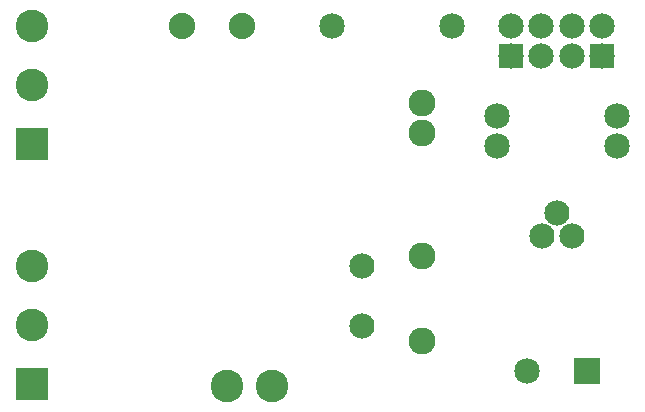
<source format=gbs>
G04 MADE WITH FRITZING*
G04 WWW.FRITZING.ORG*
G04 DOUBLE SIDED*
G04 HOLES PLATED*
G04 CONTOUR ON CENTER OF CONTOUR VECTOR*
%ASAXBY*%
%FSLAX23Y23*%
%MOIN*%
%OFA0B0*%
%SFA1.0B1.0*%
%ADD10C,0.084000*%
%ADD11C,0.090000*%
%ADD12C,0.109055*%
%ADD13C,0.088000*%
%ADD14C,0.084472*%
%ADD15C,0.085000*%
%ADD16R,0.084472X0.084108*%
%ADD17R,0.109055X0.109055*%
%ADD18R,0.085000X0.085000*%
%LNMASK0*%
G90*
G70*
G54D10*
X1947Y684D03*
X1997Y759D03*
X2047Y684D03*
G54D11*
X1547Y334D03*
X1547Y617D03*
X1547Y1028D03*
X1547Y1128D03*
G54D10*
X1347Y584D03*
X1347Y384D03*
G54D12*
X1047Y184D03*
X897Y184D03*
G54D13*
X947Y1384D03*
X747Y1384D03*
G54D14*
X2147Y1284D03*
X2147Y1384D03*
X2047Y1284D03*
X2047Y1384D03*
X1946Y1284D03*
X1946Y1384D03*
X1846Y1284D03*
X1846Y1384D03*
G54D15*
X2197Y984D03*
X1797Y984D03*
X1797Y1084D03*
X2197Y1084D03*
G54D12*
X247Y190D03*
X247Y387D03*
X247Y584D03*
X247Y990D03*
X247Y1187D03*
X247Y1384D03*
G54D15*
X1247Y1384D03*
X1647Y1384D03*
X2097Y234D03*
X1897Y234D03*
G54D16*
X2147Y1284D03*
X1846Y1284D03*
G54D17*
X247Y190D03*
X247Y990D03*
G54D18*
X2097Y234D03*
G04 End of Mask0*
M02*
</source>
